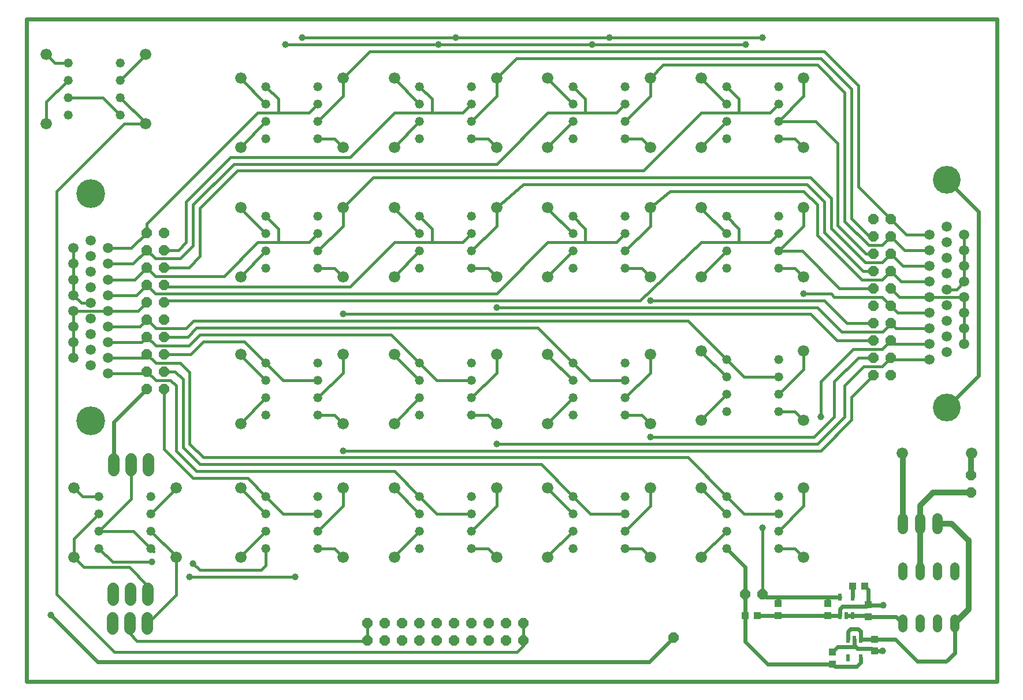
<source format=gtl>
G75*
%MOIN*%
%OFA0B0*%
%FSLAX24Y24*%
%IPPOS*%
%LPD*%
%AMOC8*
5,1,8,0,0,1.08239X$1,22.5*
%
%ADD10C,0.0240*%
%ADD11C,0.0594*%
%ADD12C,0.1660*%
%ADD13C,0.1601*%
%ADD14OC8,0.0600*%
%ADD15C,0.0520*%
%ADD16C,0.0660*%
%ADD17C,0.0520*%
%ADD18C,0.0600*%
%ADD19R,0.0236X0.0413*%
%ADD20R,0.0425X0.0413*%
%ADD21R,0.0413X0.0425*%
%ADD22C,0.0650*%
%ADD23C,0.0396*%
%ADD24C,0.0160*%
%ADD25C,0.0320*%
D10*
X000951Y000220D02*
X000951Y038420D01*
X056951Y038420D01*
X056951Y000220D01*
X000951Y000220D01*
X002361Y004040D02*
X005051Y001350D01*
X036890Y001350D01*
X038291Y002751D01*
X042427Y002514D02*
X043721Y001220D01*
X047467Y001220D01*
X047471Y001216D01*
X047617Y001070D01*
X048851Y001070D01*
X049095Y001314D01*
X049095Y001579D01*
X048901Y002110D02*
X049727Y002110D01*
X049881Y001956D01*
X050357Y001956D01*
X050361Y001960D01*
X049886Y002640D02*
X049881Y002644D01*
X049838Y002641D01*
X049095Y002641D01*
X049091Y002646D01*
X049091Y003090D01*
X048941Y003240D01*
X048501Y003240D01*
X048347Y003086D01*
X048347Y002641D01*
X048721Y002641D02*
X048721Y002290D01*
X048816Y002195D01*
X047762Y002195D01*
X047471Y001904D01*
X048816Y002195D02*
X048901Y002110D01*
X049886Y002640D02*
X051091Y002640D01*
X052361Y001370D01*
X054041Y001370D01*
X054511Y001840D01*
X054511Y003560D01*
X051511Y003560D02*
X051136Y003936D01*
X049511Y003936D01*
X049448Y003999D01*
X048635Y003999D01*
X048261Y003999D01*
X047887Y003999D02*
X047887Y004376D01*
X048041Y004530D01*
X049417Y004530D01*
X049511Y004624D01*
X049516Y004620D01*
X050381Y004620D01*
X049511Y004624D02*
X049511Y005504D01*
X049326Y005690D01*
X048637Y005690D02*
X048635Y005689D01*
X048635Y005061D01*
X047887Y005061D02*
X047171Y005061D01*
X047191Y005041D01*
X047191Y004694D01*
X047171Y005061D02*
X044311Y005061D01*
X044331Y005041D01*
X044331Y004704D01*
X044311Y005061D02*
X043617Y005061D01*
X043428Y005251D01*
X043428Y005251D01*
X043441Y005251D01*
X042428Y005251D02*
X042428Y006804D01*
X041349Y007883D01*
X042428Y005251D02*
X042428Y004011D01*
X042427Y004010D01*
X042427Y002514D01*
X043116Y004010D02*
X044426Y004010D01*
X044331Y004016D01*
X044341Y004006D01*
X047191Y004006D01*
X047880Y004006D01*
X047887Y003999D01*
X054069Y016013D02*
X055881Y017825D01*
X055881Y027319D01*
X054069Y029131D01*
X007900Y017088D02*
X005991Y015179D01*
X005991Y012710D01*
D11*
X005660Y017977D03*
X005660Y018879D03*
X004660Y018428D03*
X003660Y018879D03*
X004660Y019330D03*
X003660Y019781D03*
X004660Y020231D03*
X003660Y020682D03*
X004660Y021133D03*
X003660Y021584D03*
X004660Y022035D03*
X003660Y022485D03*
X004660Y022936D03*
X003660Y023387D03*
X004660Y023838D03*
X003660Y024289D03*
X004660Y024739D03*
X003660Y025190D03*
X004660Y025641D03*
X005660Y025190D03*
X005660Y024289D03*
X005660Y023387D03*
X005660Y022485D03*
X005660Y021584D03*
X005660Y020682D03*
X005660Y019781D03*
X053069Y019666D03*
X053069Y018765D03*
X054069Y019216D03*
X055069Y019666D03*
X054069Y020117D03*
X055069Y020568D03*
X054069Y021019D03*
X055069Y021470D03*
X054069Y021920D03*
X055069Y022371D03*
X054069Y022822D03*
X055069Y023273D03*
X054069Y023724D03*
X055069Y024174D03*
X054069Y024625D03*
X055069Y025076D03*
X054069Y025527D03*
X055069Y025977D03*
X054069Y026428D03*
X053069Y025977D03*
X053069Y025076D03*
X053069Y024174D03*
X053069Y023273D03*
X053069Y022371D03*
X053069Y021470D03*
X053069Y020568D03*
D12*
X004660Y015226D03*
X004660Y028344D03*
D13*
X054069Y029131D03*
X054069Y016013D03*
D14*
X050829Y017875D03*
X049829Y017875D03*
X049829Y018875D03*
X050829Y018875D03*
X050829Y019875D03*
X049829Y019875D03*
X049829Y020875D03*
X049829Y021875D03*
X050829Y021875D03*
X050829Y020875D03*
X050829Y022875D03*
X049829Y022875D03*
X049829Y023875D03*
X050829Y023875D03*
X050829Y024875D03*
X049829Y024875D03*
X049829Y025875D03*
X050829Y025875D03*
X050829Y026875D03*
X049829Y026875D03*
X055471Y012090D03*
X055471Y011090D03*
X043428Y005251D03*
X042428Y005251D03*
X038291Y002751D03*
X029632Y002584D03*
X028632Y002584D03*
X027632Y002584D03*
X026632Y002584D03*
X025632Y002584D03*
X024632Y002584D03*
X023632Y002584D03*
X022632Y002584D03*
X021632Y002584D03*
X020632Y002584D03*
X020632Y003584D03*
X021632Y003584D03*
X022632Y003584D03*
X023632Y003584D03*
X024632Y003584D03*
X025632Y003584D03*
X026632Y003584D03*
X027632Y003584D03*
X028632Y003584D03*
X029632Y003584D03*
X008900Y017088D03*
X008900Y018088D03*
X007900Y018088D03*
X007900Y017088D03*
X007900Y019088D03*
X007900Y020088D03*
X008900Y020088D03*
X008900Y019088D03*
X008900Y021088D03*
X007900Y021088D03*
X007900Y022088D03*
X007900Y023088D03*
X008900Y023088D03*
X008900Y022088D03*
X008900Y024088D03*
X008900Y025088D03*
X007900Y025088D03*
X007900Y024088D03*
X007900Y026088D03*
X008900Y026088D03*
D15*
X014774Y026025D03*
X014774Y027025D03*
X014774Y025025D03*
X014774Y024025D03*
X017774Y024025D03*
X017774Y025025D03*
X017774Y026025D03*
X017774Y027025D03*
X023632Y027025D03*
X023632Y026025D03*
X023632Y025025D03*
X023632Y024025D03*
X026632Y024025D03*
X026632Y025025D03*
X026632Y026025D03*
X026632Y027025D03*
X032491Y027025D03*
X032491Y026025D03*
X032491Y025025D03*
X032491Y024025D03*
X035491Y024025D03*
X035491Y025025D03*
X035491Y026025D03*
X035491Y027025D03*
X041349Y027025D03*
X041349Y026025D03*
X041349Y025025D03*
X041349Y024025D03*
X044349Y024025D03*
X044349Y025025D03*
X044349Y026025D03*
X044349Y027025D03*
X044349Y031505D03*
X044349Y032505D03*
X044349Y033505D03*
X044349Y034505D03*
X041349Y034505D03*
X041349Y033505D03*
X041349Y032505D03*
X041349Y031505D03*
X035491Y031505D03*
X035491Y032505D03*
X035491Y033505D03*
X035491Y034505D03*
X032491Y034505D03*
X032491Y033505D03*
X032491Y032505D03*
X032491Y031505D03*
X026632Y031505D03*
X026632Y032505D03*
X026632Y033505D03*
X026632Y034505D03*
X023632Y034505D03*
X023632Y033505D03*
X023632Y032505D03*
X023632Y031505D03*
X017774Y031505D03*
X017774Y032505D03*
X017774Y033505D03*
X017774Y034505D03*
X014774Y034505D03*
X014774Y033505D03*
X014774Y032505D03*
X014774Y031505D03*
X006357Y032883D03*
X006357Y033883D03*
X006357Y034883D03*
X006357Y035883D03*
X003357Y035883D03*
X003357Y034883D03*
X003357Y033883D03*
X003357Y032883D03*
X014774Y018560D03*
X014774Y017560D03*
X014774Y016560D03*
X014774Y015560D03*
X017774Y015560D03*
X017774Y016560D03*
X017774Y017560D03*
X017774Y018560D03*
X023632Y018560D03*
X023632Y017560D03*
X023632Y016560D03*
X023632Y015560D03*
X026632Y015560D03*
X026632Y016560D03*
X026632Y017560D03*
X026632Y018560D03*
X032491Y018560D03*
X032491Y017560D03*
X032491Y016560D03*
X032491Y015560D03*
X035491Y015560D03*
X035491Y016560D03*
X035491Y017560D03*
X035491Y018560D03*
X041349Y018757D03*
X041349Y017757D03*
X041349Y016757D03*
X041349Y015757D03*
X044349Y015757D03*
X044349Y016757D03*
X044349Y017757D03*
X044349Y018757D03*
X044349Y010883D03*
X044349Y009883D03*
X044349Y008883D03*
X044349Y007883D03*
X041349Y007883D03*
X041349Y008883D03*
X041349Y009883D03*
X041349Y010883D03*
X035491Y010883D03*
X035491Y009883D03*
X035491Y008883D03*
X035491Y007883D03*
X032491Y007883D03*
X032491Y008883D03*
X032491Y009883D03*
X032491Y010883D03*
X026632Y010883D03*
X026632Y009883D03*
X026632Y008883D03*
X026632Y007883D03*
X023632Y007883D03*
X023632Y008883D03*
X023632Y009883D03*
X023632Y010883D03*
X017774Y010883D03*
X017774Y009883D03*
X017774Y008883D03*
X017774Y007883D03*
X014774Y007883D03*
X014774Y008883D03*
X014774Y009883D03*
X014774Y010883D03*
X008129Y010883D03*
X008129Y009883D03*
X008129Y008883D03*
X008129Y007883D03*
X005129Y007883D03*
X005129Y008883D03*
X005129Y009883D03*
X005129Y010883D03*
D16*
X003676Y011383D03*
X003676Y007383D03*
X009581Y007383D03*
X013321Y007383D03*
X013321Y011383D03*
X009581Y011383D03*
X013321Y015060D03*
X019227Y015060D03*
X022180Y015060D03*
X022180Y011383D03*
X019227Y011383D03*
X019227Y007383D03*
X022180Y007383D03*
X028085Y007383D03*
X031038Y007383D03*
X031038Y011383D03*
X028085Y011383D03*
X028085Y015060D03*
X031038Y015060D03*
X036943Y015060D03*
X039896Y015257D03*
X039896Y011383D03*
X036943Y011383D03*
X036943Y007383D03*
X039896Y007383D03*
X045802Y007383D03*
X045802Y011383D03*
X045802Y015257D03*
X045802Y019257D03*
X039896Y019257D03*
X036943Y019060D03*
X031038Y019060D03*
X028085Y019060D03*
X022180Y019060D03*
X019227Y019060D03*
X013321Y019060D03*
X013321Y023525D03*
X019227Y023525D03*
X022180Y023525D03*
X028085Y023525D03*
X031038Y023525D03*
X036943Y023525D03*
X039896Y023525D03*
X045802Y023525D03*
X045802Y027525D03*
X045802Y031005D03*
X045802Y035005D03*
X039896Y035005D03*
X036943Y035005D03*
X036943Y031005D03*
X039896Y031005D03*
X039896Y027525D03*
X036943Y027525D03*
X031038Y027525D03*
X028085Y027525D03*
X028085Y031005D03*
X031038Y031005D03*
X031038Y035005D03*
X028085Y035005D03*
X022180Y035005D03*
X019227Y035005D03*
X019227Y031005D03*
X022180Y031005D03*
X022180Y027525D03*
X019227Y027525D03*
X013321Y027525D03*
X013321Y031005D03*
X007810Y032383D03*
X013321Y035005D03*
X007810Y036383D03*
X002101Y036383D03*
X002101Y032383D03*
X051481Y013360D03*
X055481Y013360D03*
D17*
X054511Y006820D02*
X054511Y006300D01*
X053511Y006300D02*
X053511Y006820D01*
X052511Y006820D02*
X052511Y006300D01*
X051511Y006300D02*
X051511Y006820D01*
X051511Y003820D02*
X051511Y003300D01*
X052511Y003300D02*
X052511Y003820D01*
X053511Y003820D02*
X053511Y003300D01*
X054511Y003300D02*
X054511Y003820D01*
D18*
X053511Y009000D02*
X053511Y009600D01*
X052511Y009600D02*
X052511Y009000D01*
X051511Y009000D02*
X051511Y009600D01*
D19*
X048635Y005061D03*
X047887Y005061D03*
X047887Y003999D03*
X048261Y003999D03*
X048635Y003999D03*
X048721Y002641D03*
X048347Y002641D03*
X049095Y002641D03*
X049095Y001579D03*
X048347Y001579D03*
D20*
X047471Y001904D03*
X047471Y001216D03*
X049881Y001956D03*
X049881Y002644D03*
X049511Y003936D03*
X049511Y004624D03*
X047191Y004694D03*
X047191Y004006D03*
X044331Y004016D03*
X044331Y004704D03*
D21*
X043116Y004010D03*
X042427Y004010D03*
X048637Y005690D03*
X049326Y005690D03*
D22*
X007961Y005565D02*
X007961Y004915D01*
X006961Y004915D02*
X006961Y005565D01*
X005961Y005565D02*
X005961Y004915D01*
X005931Y003875D02*
X005931Y003225D01*
X006931Y003225D02*
X006931Y003875D01*
X007931Y003875D02*
X007931Y003225D01*
X007991Y012385D02*
X007991Y013035D01*
X006991Y013035D02*
X006991Y012385D01*
X005991Y012385D02*
X005991Y013035D01*
D23*
X008181Y007090D03*
X010369Y006233D03*
X010566Y007021D03*
X016471Y006233D03*
X019227Y013517D03*
X028085Y013911D03*
X036943Y014304D03*
X043441Y009060D03*
X050381Y004620D03*
X050361Y001960D03*
X046786Y015485D03*
X036943Y022178D03*
X028085Y021785D03*
X019227Y021391D03*
X015880Y036942D03*
X016865Y037336D03*
X024739Y036942D03*
X025723Y037336D03*
X033597Y036942D03*
X034581Y037336D03*
X042455Y036942D03*
X043440Y037336D03*
X045802Y022572D03*
X002361Y004040D03*
D24*
X002691Y005249D02*
X002691Y028477D01*
X006597Y032383D01*
X007810Y032383D01*
X007810Y032430D01*
X006357Y033883D01*
X006357Y032883D02*
X005357Y033883D01*
X003357Y033883D01*
X003357Y034883D02*
X002101Y033627D01*
X002101Y032383D01*
X006357Y034883D02*
X007810Y036336D01*
X007810Y036383D01*
X003357Y035883D02*
X002601Y035883D01*
X002101Y036383D01*
X010172Y027887D02*
X012731Y030446D01*
X019621Y030446D01*
X022180Y033005D01*
X024345Y033005D01*
X024345Y033792D01*
X023632Y034505D01*
X023632Y033505D02*
X022180Y034958D01*
X022180Y035005D01*
X020770Y036548D02*
X046983Y036548D01*
X048951Y034580D01*
X048951Y028753D01*
X050829Y026875D01*
X051727Y025977D01*
X053069Y025977D01*
X053069Y025076D02*
X051629Y025076D01*
X050829Y025875D01*
X050324Y025370D01*
X049542Y025370D01*
X048164Y026748D01*
X048164Y034186D01*
X046589Y035761D01*
X037699Y035761D01*
X036943Y035005D01*
X036943Y033958D01*
X035491Y032505D01*
X034991Y033005D02*
X033203Y033005D01*
X031038Y033005D01*
X028085Y030052D01*
X012928Y030052D01*
X010566Y027690D01*
X010566Y025328D01*
X009828Y024590D01*
X008397Y024590D01*
X007900Y025088D01*
X007101Y024289D01*
X005660Y024289D01*
X005660Y023387D02*
X007199Y023387D01*
X007900Y024088D01*
X008402Y023586D01*
X012367Y023586D01*
X014306Y025525D01*
X015487Y025525D01*
X015487Y026312D01*
X014774Y027025D01*
X014774Y026025D02*
X013321Y027477D01*
X013321Y027525D01*
X013125Y029659D02*
X010959Y027493D01*
X010959Y024737D01*
X010310Y024088D01*
X008900Y024088D01*
X008900Y025088D02*
X009735Y025088D01*
X010172Y025525D01*
X010172Y027887D01*
X007900Y026600D02*
X007900Y026088D01*
X007003Y025190D01*
X005660Y025190D01*
X003660Y025190D02*
X003660Y024289D01*
X003660Y023387D01*
X003660Y022485D01*
X004111Y022035D01*
X004660Y022035D01*
X005660Y022485D02*
X007298Y022485D01*
X007900Y023088D01*
X008406Y022582D01*
X028095Y022582D01*
X031038Y025525D01*
X033203Y025525D01*
X033203Y026312D01*
X032491Y027025D01*
X032491Y026025D02*
X031038Y027477D01*
X031038Y027525D01*
X029629Y028871D02*
X045999Y028871D01*
X046983Y027887D01*
X046983Y026115D01*
X049223Y023875D01*
X049829Y023875D01*
X050324Y023370D02*
X049148Y023370D01*
X046589Y025929D01*
X046589Y027690D01*
X045802Y028477D01*
X038093Y028477D01*
X036943Y027525D01*
X036943Y026477D01*
X035491Y025025D01*
X034991Y025525D02*
X033203Y025525D01*
X032491Y025025D02*
X031038Y023572D01*
X031038Y023525D01*
X028085Y023525D02*
X027585Y024025D01*
X026632Y024025D01*
X026632Y025025D02*
X028085Y026477D01*
X028085Y027525D01*
X029629Y028871D01*
X031038Y031005D02*
X031038Y031052D01*
X032491Y032505D01*
X033203Y033005D02*
X033203Y033792D01*
X032491Y034505D01*
X032491Y033505D02*
X031038Y034958D01*
X031038Y035005D01*
X029235Y036155D02*
X046786Y036155D01*
X048558Y034383D01*
X048558Y026903D01*
X049585Y025875D01*
X049829Y025875D01*
X049829Y024875D02*
X049404Y024875D01*
X047770Y026509D01*
X047770Y031233D01*
X046499Y032505D01*
X044349Y032505D01*
X045802Y033958D01*
X045802Y035005D01*
X044349Y033505D02*
X043849Y033005D01*
X042062Y033005D01*
X039896Y033005D01*
X036550Y029659D01*
X013125Y029659D01*
X013321Y031005D02*
X013321Y031052D01*
X014774Y032505D01*
X014306Y033005D02*
X007900Y026600D01*
X008900Y023088D02*
X009022Y022966D01*
X019627Y022966D01*
X022190Y025525D01*
X024345Y025525D01*
X024345Y026312D01*
X023632Y027025D01*
X023632Y026025D02*
X022180Y027477D01*
X022180Y027525D01*
X020967Y029265D02*
X046195Y029265D01*
X047377Y028084D01*
X047377Y026339D01*
X049345Y024370D01*
X050324Y024370D01*
X050829Y024875D01*
X051530Y024174D01*
X053069Y024174D01*
X053069Y023273D02*
X051432Y023273D01*
X050829Y023875D01*
X050834Y023870D01*
X050829Y023875D02*
X050324Y023370D01*
X049829Y022875D02*
X047861Y022875D01*
X045711Y025025D01*
X044349Y025025D01*
X045802Y026477D01*
X045802Y027525D01*
X044349Y026025D02*
X043849Y025525D01*
X042062Y025525D01*
X039896Y025525D01*
X036353Y022178D01*
X008991Y022178D01*
X008900Y022088D01*
X007900Y022088D02*
X007396Y021584D01*
X005660Y021584D01*
X003660Y021584D01*
X003660Y020682D01*
X003660Y019781D01*
X003660Y018879D01*
X005660Y018879D02*
X007691Y018879D01*
X007900Y019088D01*
X008413Y018575D01*
X009838Y018575D01*
X010369Y018044D01*
X010369Y013911D01*
X011156Y013123D01*
X039109Y013123D01*
X041349Y010883D01*
X042349Y009883D01*
X044349Y009883D01*
X044349Y008883D02*
X045802Y010336D01*
X045802Y011383D01*
X046786Y013517D02*
X048558Y015289D01*
X048558Y016603D01*
X049829Y017875D01*
X050324Y018370D02*
X049248Y018370D01*
X048164Y017286D01*
X048164Y015485D01*
X046589Y013911D01*
X028085Y013911D01*
X028085Y015060D02*
X027585Y015560D01*
X026632Y015560D01*
X026632Y016560D02*
X028085Y018013D01*
X028085Y019060D01*
X026632Y017560D02*
X024632Y017560D01*
X023632Y018560D01*
X021983Y020210D01*
X010959Y020210D01*
X010329Y019579D01*
X008409Y019579D01*
X007900Y020088D01*
X007593Y019781D01*
X005660Y019781D01*
X005660Y020682D02*
X007495Y020682D01*
X007900Y021088D01*
X007916Y021088D01*
X008420Y020583D01*
X010172Y020583D01*
X010586Y020997D01*
X039109Y020997D01*
X041349Y018757D01*
X042349Y017757D01*
X044349Y017757D01*
X044349Y016757D02*
X045802Y018210D01*
X045802Y019257D01*
X047711Y019875D02*
X046195Y021391D01*
X019227Y021391D01*
X019227Y023525D02*
X018727Y024025D01*
X017774Y024025D01*
X017774Y025025D02*
X019227Y026477D01*
X019227Y027525D01*
X020967Y029265D01*
X022180Y031005D02*
X022180Y031052D01*
X023632Y032505D01*
X024345Y033005D02*
X026132Y033005D01*
X026632Y033505D01*
X026632Y032505D02*
X028085Y033958D01*
X028085Y035005D01*
X029235Y036155D01*
X025723Y037336D02*
X016865Y037336D01*
X015880Y036942D02*
X024739Y036942D01*
X033597Y036942D01*
X042455Y036942D01*
X043440Y037336D02*
X034581Y037336D01*
X025723Y037336D01*
X020770Y036548D02*
X019227Y035005D01*
X019227Y033958D01*
X017774Y032505D01*
X017274Y033005D02*
X015487Y033005D01*
X015487Y033792D01*
X014774Y034505D01*
X014774Y033505D02*
X013321Y034958D01*
X013321Y035005D01*
X014306Y033005D02*
X015487Y033005D01*
X017274Y033005D02*
X017774Y033505D01*
X017774Y031505D02*
X018727Y031505D01*
X019227Y031005D01*
X017774Y026025D02*
X017274Y025525D01*
X015487Y025525D01*
X014774Y025025D02*
X013321Y023572D01*
X013321Y023525D01*
X010762Y020603D02*
X010247Y020088D01*
X008900Y020088D01*
X008900Y019088D02*
X010428Y019088D01*
X011156Y019816D01*
X013518Y019816D01*
X014774Y018560D01*
X015774Y017560D01*
X017774Y017560D01*
X017774Y016560D02*
X019227Y018013D01*
X019227Y019060D01*
X022180Y019013D02*
X022180Y019060D01*
X022180Y019013D02*
X023632Y017560D01*
X023632Y016560D02*
X022180Y015107D01*
X022180Y015060D01*
X019227Y015060D02*
X018727Y015560D01*
X017774Y015560D01*
X014774Y016560D02*
X013321Y015107D01*
X013321Y015060D01*
X010959Y012729D02*
X030644Y012729D01*
X032491Y010883D01*
X033491Y009883D01*
X035491Y009883D01*
X035491Y008883D02*
X036943Y010336D01*
X036943Y011383D01*
X039896Y011336D02*
X039896Y011383D01*
X039896Y011336D02*
X041349Y009883D01*
X041349Y008883D02*
X039896Y007430D01*
X039896Y007383D01*
X036943Y007383D02*
X036443Y007883D01*
X035491Y007883D01*
X032491Y008883D02*
X031038Y007430D01*
X031038Y007383D01*
X028085Y007383D02*
X027585Y007883D01*
X026632Y007883D01*
X026632Y008883D02*
X028085Y010336D01*
X028085Y011383D01*
X026632Y009883D02*
X024632Y009883D01*
X023632Y010883D01*
X022180Y012336D01*
X010762Y012336D01*
X009581Y013517D01*
X009581Y017257D01*
X009264Y017574D01*
X008414Y017574D01*
X007900Y018088D01*
X007790Y017977D01*
X005660Y017977D01*
X008900Y018088D02*
X009538Y018088D01*
X009975Y017651D01*
X009975Y013714D01*
X010959Y012729D01*
X010566Y011942D02*
X008900Y013607D01*
X008900Y017088D01*
X013321Y019013D02*
X013321Y019060D01*
X013321Y019013D02*
X014774Y017560D01*
X010762Y020603D02*
X030447Y020603D01*
X032491Y018560D01*
X033491Y017560D01*
X035491Y017560D01*
X035491Y016560D02*
X036943Y018013D01*
X036943Y019060D01*
X039896Y019210D02*
X039896Y019257D01*
X039896Y019210D02*
X041349Y017757D01*
X041349Y016757D02*
X039896Y015304D01*
X039896Y015257D01*
X036943Y015060D02*
X036443Y015560D01*
X035491Y015560D01*
X036943Y014304D02*
X046392Y014304D01*
X047573Y015485D01*
X047573Y017492D01*
X048956Y018875D01*
X049829Y018875D01*
X050324Y018370D02*
X050829Y018875D01*
X050940Y018765D01*
X053069Y018765D01*
X053069Y019666D02*
X051038Y019666D01*
X050829Y019875D01*
X050324Y019370D01*
X048658Y019370D01*
X046786Y017498D01*
X046786Y015485D01*
X045802Y015257D02*
X045302Y015757D01*
X044349Y015757D01*
X046786Y013517D02*
X019227Y013517D01*
X019227Y011383D02*
X019227Y010336D01*
X017774Y008883D01*
X017774Y007883D02*
X018727Y007883D01*
X019227Y007383D01*
X016471Y006233D02*
X010369Y006233D01*
X010959Y006627D02*
X010566Y007021D01*
X010959Y006627D02*
X014503Y006627D01*
X014774Y006899D01*
X014774Y007883D01*
X014774Y008883D02*
X013321Y007430D01*
X013321Y007383D01*
X014774Y009883D02*
X013321Y011336D01*
X013321Y011383D01*
X013715Y011942D02*
X010566Y011942D01*
X009581Y011383D02*
X009581Y011336D01*
X008129Y009883D01*
X006991Y010746D02*
X005129Y008883D01*
X007129Y008883D01*
X008129Y007883D01*
X008294Y007718D01*
X008181Y007090D02*
X005921Y007090D01*
X005129Y007883D01*
X004259Y006800D02*
X003676Y007383D01*
X003569Y007277D01*
X003676Y007383D02*
X003676Y008430D01*
X005129Y009883D01*
X005129Y010883D02*
X004176Y010883D01*
X003676Y011383D01*
X006991Y010746D02*
X006991Y012710D01*
X008129Y008883D02*
X009581Y007430D01*
X009581Y007383D01*
X009581Y005200D01*
X007931Y003550D01*
X006931Y003550D02*
X006931Y002960D01*
X007341Y002550D01*
X020599Y002550D01*
X020632Y002584D01*
X020632Y003584D01*
X022180Y007383D02*
X022180Y007430D01*
X023632Y008883D01*
X023632Y009883D02*
X022180Y011336D01*
X022180Y011383D01*
X017774Y009883D02*
X015774Y009883D01*
X014774Y010883D01*
X013715Y011942D01*
X007961Y005720D02*
X006881Y006800D01*
X004259Y006800D01*
X002691Y005249D02*
X006038Y001903D01*
X029266Y001903D01*
X029632Y002269D01*
X029632Y002584D01*
X029632Y003584D01*
X032491Y009883D02*
X031038Y011336D01*
X031038Y011383D01*
X031038Y015060D02*
X031038Y015107D01*
X032491Y016560D01*
X032491Y017560D02*
X031038Y019013D01*
X031038Y019060D01*
X028085Y021785D02*
X046589Y021785D01*
X048004Y020370D01*
X050345Y020370D01*
X050829Y020854D01*
X050829Y020875D01*
X051136Y020568D01*
X053069Y020568D01*
X053069Y021470D02*
X051235Y021470D01*
X050829Y021875D01*
X050329Y022375D01*
X047573Y022375D01*
X047377Y022572D01*
X045802Y022572D01*
X045802Y023525D02*
X045302Y024025D01*
X044349Y024025D01*
X042062Y025525D02*
X042062Y026312D01*
X041349Y027025D01*
X041349Y026025D02*
X039896Y027477D01*
X039896Y027525D01*
X041349Y025025D02*
X039896Y023572D01*
X039896Y023525D01*
X036943Y023525D02*
X036443Y024025D01*
X035491Y024025D01*
X034991Y025525D02*
X035491Y026025D01*
X036943Y022178D02*
X046983Y022178D01*
X048286Y020875D01*
X049829Y020875D01*
X049829Y019875D02*
X047711Y019875D01*
X050829Y018875D02*
X050834Y018870D01*
X055069Y019666D02*
X055069Y020568D01*
X055069Y021470D01*
X055069Y022371D01*
X053069Y022371D01*
X051333Y022371D01*
X050829Y022875D01*
X050834Y024870D02*
X050829Y024875D01*
X054069Y022822D02*
X054619Y022822D01*
X055069Y023273D01*
X055069Y024174D01*
X055069Y025076D01*
X055069Y025977D01*
X045802Y031005D02*
X045302Y031505D01*
X044349Y031505D01*
X042062Y033005D02*
X042062Y033792D01*
X041349Y034505D01*
X041349Y033505D02*
X039896Y034958D01*
X039896Y035005D01*
X041349Y032505D02*
X039896Y031052D01*
X039896Y031005D01*
X036943Y031005D02*
X036443Y031505D01*
X035491Y031505D01*
X034991Y033005D02*
X035491Y033505D01*
X028085Y031005D02*
X027585Y031505D01*
X026632Y031505D01*
X026632Y026025D02*
X026132Y025525D01*
X024345Y025525D01*
X023632Y025025D02*
X022180Y023572D01*
X022180Y023525D01*
X043441Y009060D02*
X043441Y005251D01*
X045802Y007383D02*
X045302Y007883D01*
X044349Y007883D01*
X007961Y005720D02*
X007961Y005240D01*
D25*
X051511Y009300D02*
X051511Y013330D01*
X051481Y013360D01*
X053251Y011090D02*
X052511Y010350D01*
X052511Y009300D01*
X052511Y006560D01*
X054341Y009300D02*
X055311Y008330D01*
X055311Y004360D01*
X054511Y003560D01*
X054341Y009300D02*
X053511Y009300D01*
X053251Y011090D02*
X055471Y011090D01*
X055471Y012090D02*
X055471Y013350D01*
X055481Y013360D01*
M02*

</source>
